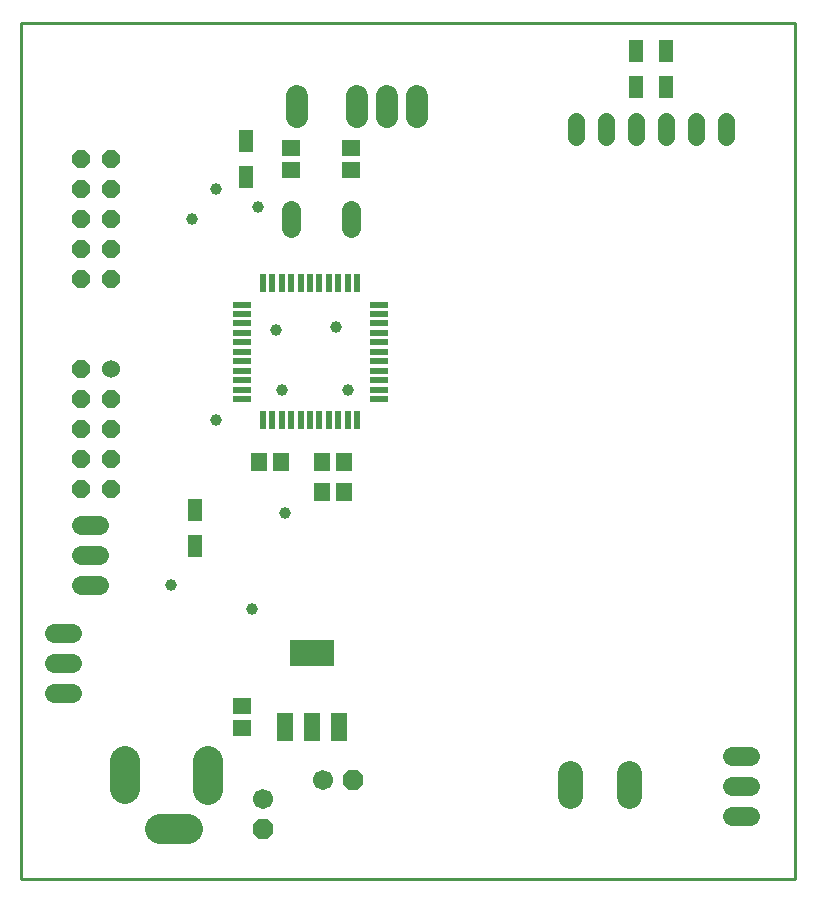
<source format=gbs>
G75*
%MOIN*%
%OFA0B0*%
%FSLAX25Y25*%
%IPPOS*%
%LPD*%
%AMOC8*
5,1,8,0,0,1.08239X$1,22.5*
%
%ADD10C,0.00000*%
%ADD11C,0.01000*%
%ADD12C,0.06700*%
%ADD13OC8,0.06700*%
%ADD14C,0.06000*%
%ADD15OC8,0.06000*%
%ADD16C,0.05600*%
%ADD17C,0.06400*%
%ADD18C,0.09849*%
%ADD19C,0.07400*%
%ADD20R,0.02369X0.06306*%
%ADD21R,0.06306X0.02369*%
%ADD22R,0.05124X0.07487*%
%ADD23R,0.05199X0.09199*%
%ADD24R,0.14573X0.09061*%
%ADD25R,0.06306X0.05518*%
%ADD26R,0.05518X0.06306*%
%ADD27C,0.08200*%
%ADD28C,0.03962*%
D10*
X0246800Y0001800D02*
X0259674Y0001800D01*
D11*
X0001800Y0001800D02*
X0001800Y0287233D01*
X0259674Y0287233D01*
X0259674Y0001800D01*
X0001800Y0001800D01*
D12*
X0082619Y0028509D03*
X0102509Y0034666D03*
D13*
X0112509Y0034666D03*
X0082619Y0018509D03*
D14*
X0031800Y0171800D03*
D15*
X0031800Y0161800D03*
X0031800Y0151800D03*
X0031800Y0141800D03*
X0031800Y0131800D03*
X0021800Y0131800D03*
X0021800Y0141800D03*
X0021800Y0151800D03*
X0021800Y0161800D03*
X0021800Y0171800D03*
X0021800Y0201800D03*
X0021800Y0211800D03*
X0021800Y0221800D03*
X0021800Y0231800D03*
X0021800Y0241800D03*
X0031800Y0241800D03*
X0031800Y0231800D03*
X0031800Y0221800D03*
X0031800Y0211800D03*
X0031800Y0201800D03*
D16*
X0186800Y0249200D02*
X0186800Y0254400D01*
X0196800Y0254400D02*
X0196800Y0249200D01*
X0206800Y0249200D02*
X0206800Y0254400D01*
X0216800Y0254400D02*
X0216800Y0249200D01*
X0226800Y0249200D02*
X0226800Y0254400D01*
X0236800Y0254400D02*
X0236800Y0249200D01*
D17*
X0111800Y0224800D02*
X0111800Y0218800D01*
X0091800Y0218800D02*
X0091800Y0224800D01*
X0027800Y0119800D02*
X0021800Y0119800D01*
X0021800Y0109800D02*
X0027800Y0109800D01*
X0027800Y0099800D02*
X0021800Y0099800D01*
X0018800Y0083800D02*
X0012800Y0083800D01*
X0012800Y0073800D02*
X0018800Y0073800D01*
X0018800Y0063800D02*
X0012800Y0063800D01*
X0238800Y0042800D02*
X0244800Y0042800D01*
X0244800Y0032800D02*
X0238800Y0032800D01*
X0238800Y0022800D02*
X0244800Y0022800D01*
D18*
X0064200Y0031576D02*
X0064200Y0041024D01*
X0057487Y0018524D02*
X0048039Y0018524D01*
X0036621Y0031792D02*
X0036621Y0041241D01*
D19*
X0093769Y0255898D02*
X0093769Y0262898D01*
X0113769Y0262898D02*
X0113769Y0255898D01*
X0123769Y0255898D02*
X0123769Y0262898D01*
X0133769Y0262898D02*
X0133769Y0255898D01*
D20*
X0113912Y0200370D03*
X0110763Y0200370D03*
X0107613Y0200370D03*
X0104464Y0200370D03*
X0101314Y0200370D03*
X0098164Y0200370D03*
X0095015Y0200370D03*
X0091865Y0200370D03*
X0088716Y0200370D03*
X0085566Y0200370D03*
X0082416Y0200370D03*
X0082416Y0154701D03*
X0085566Y0154701D03*
X0088716Y0154701D03*
X0091865Y0154701D03*
X0095015Y0154701D03*
X0098164Y0154701D03*
X0101314Y0154701D03*
X0104464Y0154701D03*
X0107613Y0154701D03*
X0110763Y0154701D03*
X0113912Y0154701D03*
D21*
X0120999Y0161788D03*
X0120999Y0164937D03*
X0120999Y0168087D03*
X0120999Y0171236D03*
X0120999Y0174386D03*
X0120999Y0177536D03*
X0120999Y0180685D03*
X0120999Y0183835D03*
X0120999Y0186984D03*
X0120999Y0190134D03*
X0120999Y0193284D03*
X0075330Y0193284D03*
X0075330Y0190134D03*
X0075330Y0186984D03*
X0075330Y0183835D03*
X0075330Y0180685D03*
X0075330Y0177536D03*
X0075330Y0174386D03*
X0075330Y0171236D03*
X0075330Y0168087D03*
X0075330Y0164937D03*
X0075330Y0161788D03*
D22*
X0059800Y0124702D03*
X0059800Y0112898D03*
X0076800Y0235898D03*
X0076800Y0247702D03*
X0206800Y0265898D03*
X0216800Y0265898D03*
X0216800Y0277702D03*
X0206800Y0277702D03*
D23*
X0107898Y0052599D03*
X0098800Y0052599D03*
X0089702Y0052599D03*
D24*
X0098800Y0077001D03*
D25*
X0075619Y0059540D03*
X0075619Y0052060D03*
X0091800Y0238060D03*
X0091800Y0245540D03*
X0111800Y0245540D03*
X0111800Y0238060D03*
D26*
X0109540Y0140800D03*
X0102060Y0140800D03*
X0102060Y0130800D03*
X0109540Y0130800D03*
X0088540Y0140800D03*
X0081060Y0140800D03*
D27*
X0184813Y0037196D02*
X0184813Y0029396D01*
X0204613Y0029396D02*
X0204613Y0037196D01*
D28*
X0089800Y0123800D03*
X0078800Y0091800D03*
X0051800Y0099800D03*
X0066800Y0154800D03*
X0088800Y0164800D03*
X0086800Y0184800D03*
X0106800Y0185800D03*
X0110800Y0164800D03*
X0058800Y0221800D03*
X0066800Y0231800D03*
X0080800Y0225800D03*
M02*

</source>
